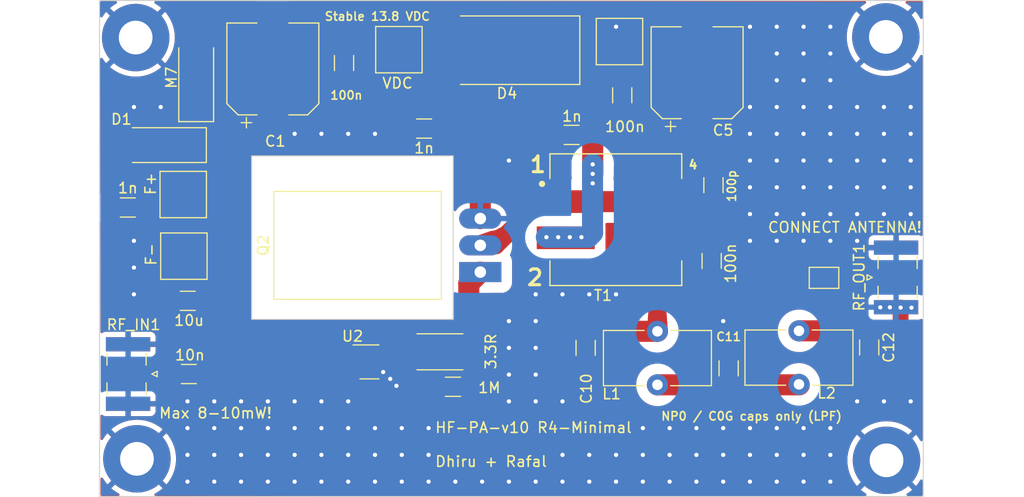
<source format=kicad_pcb>
(kicad_pcb (version 20221018) (generator pcbnew)
  (layers (0 "F.Cu" signal) (31 "B.Cu" signal) (35 "F.Paste" user) (37 "F.SilkS" user "F.Silkscreen") (38 "B.Mask" user) (39 "F.Mask" user) (44 "Edge.Cuts" user))
  (net 0 "")
  (net 1 "Net-(U2-OUT)")
  (net 2 "Net-(U2-IN+)")
  (net 3 "Net-(RF_IN1-In)")
  (net 4 "Net-(Q2-G)")
  (net 5 "Net-(JP1-B)")
  (net 6 "Net-(JP1-A)")
  (net 7 "Net-(C7-Pad2)")
  (net 8 "Net-(C11-Pad1)")
  (net 9 "GND")
  (net 10 "12V")
  (net 11 "/DRAIN")
  (net 12 "+VDC")
  (footprint "Resistor_SMD:R_2512_6332Metric_Pad1.40x3.35mm_HandSolder" (layer "F.Cu") (at 173.61 106.39 180)
    (fp_text reference "R3" hide)
    (fp_text value "3.3R" (at -4.84 0.03 270) (layer "F.SilkS"))
    (fp_line (start -2.177064 -1.71) (end 2.177064 -1.71) (stroke (width 0.12)) (layer "F.SilkS"))
    (fp_line (start -2.177064 1.71) (end 2.177064 1.71) (stroke (width 0.12)) (layer "F.SilkS"))
    (pad "1" smd roundrect (at -3.05 0 180) (size 1.4 3.35) (layers "F.Cu" "F.Paste" "F.Mask") (roundrect_rratio 0.1785707143) (net 4 "Net-(Q2-G)"))
    (pad "2" smd roundrect (at 3.05 0 180) (size 1.4 3.35) (layers "F.Cu" "F.Paste" "F.Mask") (roundrect_rratio 0.1785707143) (net 1 "Net-(U2-OUT)"))
  )
  (footprint "Capacitor_SMD:C_1206_3216Metric_Pad1.33x1.80mm_HandSolder" (layer "F.Cu") (at 199.38 97.7625 90)
    (fp_text reference "C7" hide)
    (fp_text value "100n" (at -0.2375 1.8 90) (layer "F.SilkS"))
    (fp_line (start -0.711252 -0.91) (end 0.711252 -0.91) (stroke (width 0.12)) (layer "F.SilkS"))
    (fp_line (start -0.711252 0.91) (end 0.711252 0.91) (stroke (width 0.12)) (layer "F.SilkS"))
    (pad "1" smd roundrect (at -1.5625 0 90) (size 1.325 1.8) (layers "F.Cu" "F.Paste" "F.Mask") (roundrect_rratio 0.1886792453) (net 6 "Net-(JP1-A)"))
    (pad "2" smd roundrect (at 1.5625 0 90) (size 1.325 1.8) (layers "F.Cu" "F.Paste" "F.Mask") (roundrect_rratio 0.1886792453) (net 7 "Net-(C7-Pad2)"))
  )
  (footprint "Package_TO_SOT_THT:TO-220-3_Horizontal_TabDown" (layer "F.Cu") (at 177.44 98.825 90)
    (fp_text reference "Q2" (at 2.54 -20.58 90) (layer "F.SilkS"))
    (fp_text value "IRF510")
    (fp_line (start -2.58 -19.58) (end -2.58 -3.69) (stroke (width 0.12)) (layer "F.SilkS"))
    (fp_line (start -2.58 -19.58) (end 7.66 -19.58) (stroke (width 0.12)) (layer "F.SilkS"))
    (fp_line (start -2.58 -3.69) (end 7.66 -3.69) (stroke (width 0.12)) (layer "F.SilkS"))
    (fp_line (start 7.66 -19.58) (end 7.66 -3.69) (stroke (width 0.12)) (layer "F.SilkS"))
    (pad "" np_thru_hole oval (at 2.54 -16.66 90) (size 3.5 3.5) (drill 3.5) (layers "*.Cu" "*.Mask"))
    (pad "1" thru_hole rect (at 0 0 90) (size 1.905 4) (drill 1.1) (layers "*.Cu" "*.Mask") (net 4 "Net-(Q2-G)"))
    (pad "2" thru_hole oval (at 2.54 0 90) (size 1.905 4) (drill 1.1) (layers "*.Cu" "*.Mask") (net 11 "/DRAIN"))
    (pad "3" thru_hole oval (at 5.08 0 90) (size 1.905 4) (drill 1.1) (layers "*.Cu" "*.Mask") (net 9 "GND"))
  )
  (footprint "Capacitor_SMD:CP_Elec_8x10.5" (layer "F.Cu") (at 198 79.9 90)
    (fp_text reference "C5" (at -5.46 2.47 180) (layer "F.SilkS"))
    (fp_text value "220u" hide)
    (fp_line (start -5.6 -2.51) (end -4.6 -2.51) (stroke (width 0.12)) (layer "F.SilkS"))
    (fp_line (start -5.1 -3.01) (end -5.1 -2.01) (stroke (width 0.12)) (layer "F.SilkS"))
    (fp_line (start -4.36 -3.295563) (end -4.36 -1.51) (stroke (width 0.12)) (layer "F.SilkS"))
    (fp_line (start -4.36 -3.295563) (end -3.295563 -4.36) (stroke (width 0.12)) (layer "F.SilkS"))
    (fp_line (start -4.36 3.295563) (end -4.36 1.51) (stroke (width 0.12)) (layer "F.SilkS"))
    (fp_line (start -4.36 3.295563) (end -3.295563 4.36) (stroke (width 0.12)) (layer "F.SilkS"))
    (fp_line (start -3.295563 -4.36) (end 4.36 -4.36) (stroke (width 0.12)) (layer "F.SilkS"))
    (fp_line (start -3.295563 4.36) (end 4.36 4.36) (stroke (width 0.12)) (layer "F.SilkS"))
    (fp_line (start 4.36 -4.36) (end 4.36 -1.51) (stroke (width 0.12)) (layer "F.SilkS"))
    (fp_line (start 4.36 4.36) (end 4.36 1.51) (stroke (width 0.12)) (layer "F.SilkS"))
    (pad "1" smd roundrect (at -3.7 0 90) (size 4.4 2.5) (layers "F.Cu" "F.Paste" "F.Mask") (roundrect_rratio 0.1) (net 10 "12V"))
    (pad "2" smd roundrect (at 3.7 0 90) (size 4.4 2.5) (layers "F.Cu" "F.Paste" "F.Mask") (roundrect_rratio 0.1) (net 9 "GND"))
  )
  (footprint "Capacitor_SMD:CP_Elec_8x10.5" (layer "F.Cu") (at 157.77 79.54 90)
    (fp_text reference "C1" (at -6.86 0.23 180) (layer "F.SilkS"))
    (fp_text value "220u" hide)
    (fp_line (start -5.6 -2.51) (end -4.6 -2.51) (stroke (width 0.12)) (layer "F.SilkS"))
    (fp_line (start -5.1 -3.01) (end -5.1 -2.01) (stroke (width 0.12)) (layer "F.SilkS"))
    (fp_line (start -4.36 -3.295563) (end -4.36 -1.51) (stroke (width 0.12)) (layer "F.SilkS"))
    (fp_line (start -4.36 -3.295563) (end -3.295563 -4.36) (stroke (width 0.12)) (layer "F.SilkS"))
    (fp_line (start -4.36 3.295563) (end -4.36 1.51) (stroke (width 0.12)) (layer "F.SilkS"))
    (fp_line (start -4.36 3.295563) (end -3.295563 4.36) (stroke (width 0.12)) (layer "F.SilkS"))
    (fp_line (start -3.295563 -4.36) (end 4.36 -4.36) (stroke (width 0.12)) (layer "F.SilkS"))
    (fp_line (start -3.295563 4.36) (end 4.36 4.36) (stroke (width 0.12)) (layer "F.SilkS"))
    (fp_line (start 4.36 -4.36) (end 4.36 -1.51) (stroke (width 0.12)) (layer "F.SilkS"))
    (fp_line (start 4.36 4.36) (end 4.36 1.51) (stroke (width 0.12)) (layer "F.SilkS"))
    (pad "1" smd roundrect (at -3.7 0 90) (size 4.4 2.5) (layers "F.Cu" "F.Paste" "F.Mask") (roundrect_rratio 0.1) (net 10 "12V"))
    (pad "2" smd roundrect (at 3.7 0 90) (size 4.4 2.5) (layers "F.Cu" "F.Paste" "F.Mask") (roundrect_rratio 0.1) (net 9 "GND"))
  )
  (footprint "TestPoint:TestPoint_Pad_4.0x4.0mm" (layer "F.Cu") (at 149.33 97.31)
    (fp_text reference "Fan-1" hide)
    (fp_text value "F-" (at -3.1 -0.17 -90) (layer "F.SilkS"))
    (fp_line (start -2.2 -2.2) (end 2.2 -2.2) (stroke (width 0.12)) (layer "F.SilkS"))
    (fp_line (start -2.2 2.2) (end -2.2 -2.2) (stroke (width 0.12)) (layer "F.SilkS"))
    (fp_line (start 2.2 -2.2) (end 2.2 2.2) (stroke (width 0.12)) (layer "F.SilkS"))
    (fp_line (start 2.2 2.2) (end -2.2 2.2) (stroke (width 0.12)) (layer "F.SilkS"))
    (pad "1" smd rect (at 0 0) (size 4 4) (layers "F.Cu" "F.Mask") (net 9 "GND"))
  )
  (footprint "TestPoint:TestPoint_Pad_4.0x4.0mm" (layer "F.Cu") (at 169.72 77.71 -90)
    (fp_text reference "PI1" hide)
    (fp_text value "VDC" (at 3.18 0.13 -180) (layer "F.SilkS"))
    (fp_line (start -2.2 -2.2) (end 2.2 -2.2) (stroke (width 0.12)) (layer "F.SilkS"))
    (fp_line (start -2.2 2.2) (end -2.2 -2.2) (stroke (width 0.12)) (layer "F.SilkS"))
    (fp_line (start 2.2 -2.2) (end 2.2 2.2) (stroke (width 0.12)) (layer "F.SilkS"))
    (fp_line (start 2.2 2.2) (end -2.2 2.2) (stroke (width 0.12)) (layer "F.SilkS"))
    (pad "1" smd rect (at 0 0 270) (size 4 4) (layers "F.Cu" "F.Mask") (net 12 "+VDC"))
  )
  (footprint "Diode_SMD:D_SMC_Handsoldering" (layer "F.Cu") (at 179.9675 77.76 180)
    (fp_text reference "D4" (at 0 -4.1 180) (layer "F.SilkS"))
    (fp_text value "2A+ Schottky (SS34 or similar)" hide)
    (fp_line (start -6.91 -3.25) (end 4.4 -3.25) (stroke (width 0.12)) (layer "F.SilkS"))
    (fp_line (start -6.91 3.25) (end -6.91 -3.25) (stroke (width 0.12)) (layer "F.SilkS"))
    (fp_line (start -6.91 3.25) (end 4.4 3.25) (stroke (width 0.12)) (layer "F.SilkS"))
    (pad "1" smd roundrect (at -4.4 0 270) (size 3.3 4.5) (layers "F.Cu" "F.Paste" "F.Mask") (roundrect_rratio 0.07575757576) (net 10 "12V"))
    (pad "2" smd roundrect (at 4.4 0 270) (size 3.3 4.5) (layers "F.Cu" "F.Paste" "F.Mask") (roundrect_rratio 0.07575757576) (net 12 "+VDC"))
  )
  (footprint "MountingHole:MountingHole_3.2mm_M3_Pad" (layer "F.Cu") (at 144.88 116.55)
    (fp_text reference "H3" hide)
    (fp_text value "MountingHole_Pad" hide)
    (pad "1" thru_hole circle (at 0 0) (size 6.4 6.4) (drill 3.2) (layers "*.Cu" "*.Mask") (net 9 "GND"))
  )
  (footprint "Capacitor_SMD:C_1206_3216Metric_Pad1.33x1.80mm_HandSolder" (layer "F.Cu") (at 186.1 85.8 180)
    (fp_text reference "C17" hide)
    (fp_text value "1n" (at -0.03 1.77) (layer "F.SilkS"))
    (fp_line (start -0.711252 -0.91) (end 0.711252 -0.91) (stroke (width 0.12)) (layer "F.SilkS"))
    (fp_line (start -0.711252 0.91) (end 0.711252 0.91) (stroke (width 0.12)) (layer "F.SilkS"))
    (pad "1" smd roundrect (at -1.5625 0 180) (size 1.325 1.8) (layers "F.Cu" "F.Paste" "F.Mask") (roundrect_rratio 0.1886792453) (net 10 "12V"))
    (pad "2" smd roundrect (at 1.5625 0 180) (size 1.325 1.8) (layers "F.Cu" "F.Paste" "F.Mask") (roundrect_rratio 0.1886792453) (net 9 "GND"))
  )
  (footprint "Package_TO_SOT_SMD:SOT-23-5_HandSoldering" (layer "F.Cu") (at 166.925 107.35)
    (fp_text reference "U2" (at -1.595 -2.44) (layer "F.SilkS"))
    (fp_text value "UCC27517DBVR" hide)
    (fp_line (start -0.9 1.61) (end 0.9 1.61) (stroke (width 0.12)) (layer "F.SilkS"))
    (fp_line (start 0.9 -1.61) (end -1.55 -1.61) (stroke (width 0.12)) (layer "F.SilkS"))
    (pad "1" smd rect (at -1.35 -0.95) (size 1.56 0.65) (layers "F.Cu" "F.Paste" "F.Mask") (net 10 "12V"))
    (pad "2" smd rect (at -1.35 0) (size 1.56 0.65) (layers "F.Cu" "F.Paste" "F.Mask") (net 9 "GND"))
    (pad "3" smd rect (at -1.35 0.95) (size 1.56 0.65) (layers "F.Cu" "F.Paste" "F.Mask") (net 2 "Net-(U2-IN+)"))
    (pad "4" smd rect (at 1.35 0.95) (size 1.56 0.65) (layers "F.Cu" "F.Paste" "F.Mask") (net 9 "GND"))
    (pad "5" smd rect (at 1.35 -0.95) (size 1.56 0.65) (layers "F.Cu" "F.Paste" "F.Mask") (net 1 "Net-(U2-OUT)"))
  )
  (footprint "Connector_Coaxial:SMA_Samtec_SMA-J-P-X-ST-EM1_EdgeMount" (layer "F.Cu") (at 216.8675 99.33 90)
    (fp_text reference "RF_OUT1" (at 0 -3.5 90) (layer "F.SilkS"))
    (fp_text value "SMA" hide)
    (fp_line (start -1.95 -1.71) (end -0.84 -1.71) (stroke (width 0.12)) (layer "F.SilkS"))
    (fp_line (start -1.95 2) (end -0.84 2) (stroke (width 0.12)) (layer "F.SilkS"))
    (fp_line (start -0.25 -2.76) (end 0 -2.26) (stroke (width 0.12)) (layer "F.SilkS"))
    (fp_line (start 0 -2.26) (end 0.25 -2.76) (stroke (width 0.12)) (layer "F.SilkS"))
    (fp_line (start 0.25 -2.76) (end -0.25 -2.76) (stroke (width 0.12)) (layer "F.SilkS"))
    (fp_line (start 0.84 -1.71) (end 1.95 -1.71) (stroke (width 0.12)) (layer "F.SilkS"))
    (fp_line (start 0.84 2) (end 1.95 2) (stroke (width 0.12)) (layer "F.SilkS"))
    (pad "1" smd rect (at 0 0.2 90) (size 1.27 3.6) (layers "F.Cu" "F.Paste" "F.Mask") (net 5 "Net-(JP1-B)"))
    (pad "2" smd rect (at -2.825 0 90) (size 1.35 4.2) (layers "F.Cu" "F.Paste" "F.Mask") (net 9 "GND"))
    (pad "2" smd rect (at -2.825 0 90) (size 1.35 4.2) (layers "B.Cu" "B.Paste" "B.Mask") (net 9 "GND"))
    (pad "2" smd rect (at 2.825 0 90) (size 1.35 4.2) (layers "F.Cu" "F.Paste" "F.Mask") (net 9 "GND"))
    (pad "2" smd rect (at 2.825 0 90) (size 1.35 4.2) (layers "B.Cu" "B.Paste" "B.Mask") (net 9 "GND"))
  )
  (footprint "Inductor_THT:L_Toroid_Vertical_L10.0mm_W5.0mm_P5.08mm" (layer "F.Cu") (at 207.66 109.48 180)
    (fp_text reference "L2" (at -2.615 -0.83) (layer "F.SilkS"))
    (fp_text value "360n" hide)
    (fp_line (start -5.12 -0.08) (end -5.12 5.16) (stroke (width 0.12)) (layer "F.SilkS"))
    (fp_line (start -5.12 -0.08) (end -1.255 -0.08) (stroke (width 0.12)) (layer "F.SilkS"))
    (fp_line (start -5.12 5.16) (end -1.255 5.16) (stroke (width 0.12)) (layer "F.SilkS"))
    (fp_line (start 1.255 -0.08) (end 5.12 -0.08) (stroke (width 0.12)) (layer "F.SilkS"))
    (fp_line (start 1.255 5.16) (end 5.12 5.16) (stroke (width 0.12)) (layer "F.SilkS"))
    (fp_line (start 5.12 -0.08) (end 5.12 5.16) (stroke (width 0.12)) (layer "F.SilkS"))
    (pad "1" thru_hole circle (at 0 0 180) (size 2 2) (drill 1) (layers "*.Cu" "*.Mask") (net 8 "Net-(C11-Pad1)"))
    (pad "2" thru_hole circle (at 0 5.08 180) (size 2 2) (drill 1) (layers "*.Cu" "*.Mask") (net 5 "Net-(JP1-B)"))
  )
  (footprint "Resistor_SMD:R_1206_3216Metric_Pad1.30x1.75mm_HandSolder" (layer "F.Cu") (at 174.85 109.71 180)
    (fp_text reference "R1" hide)
    (fp_text value "1M" (at -3.45 -0.09) (layer "F.SilkS"))
    (fp_line (start -0.727064 -0.91) (end 0.727064 -0.91) (stroke (width 0.12)) (layer "F.SilkS"))
    (fp_line (start -0.727064 0.91) (end 0.727064 0.91) (stroke (width 0.12)) (layer "F.SilkS"))
    (pad "1" smd roundrect (at -1.55 0 180) (size 1.3 1.75) (layers "F.Cu" "F.Paste" "F.Mask") (roundrect_rratio 0.1923076923) (net 4 "Net-(Q2-G)"))
    (pad "2" smd roundrect (at 1.55 0 180) (size 1.3 1.75) (layers "F.Cu" "F.Paste" "F.Mask") (roundrect_rratio 0.1923076923) (net 9 "GND"))
  )
  (footprint "Capacitor_SMD:C_1206_3216Metric_Pad1.33x1.80mm_HandSolder" (layer "F.Cu") (at 164.52 78.98 90)
    (fp_text reference "C14" hide)
    (fp_text value "100n" (at -3.06 0.22 180) (layer "F.SilkS") (effects (font (size 0.8 0.8))))
    (fp_line (start -0.711252 -0.91) (end 0.711252 -0.91) (stroke (width 0.12)) (layer "F.SilkS"))
    (fp_line (start -0.711252 0.91) (end 0.711252 0.91) (stroke (width 0.12)) (layer "F.SilkS"))
    (pad "1" smd roundrect (at -1.5625 0 90) (size 1.325 1.8) (layers "F.Cu" "F.Paste" "F.Mask") (roundrect_rratio 0.1886792453) (net 10 "12V"))
    (pad "2" smd roundrect (at 1.5625 0 90) (size 1.325 1.8) (layers "F.Cu" "F.Paste" "F.Mask") (roundrect_rratio 0.1886792453) (net 9 "GND"))
  )
  (footprint "Capacitor_SMD:C_1206_3216Metric_Pad1.33x1.80mm_HandSolder" (layer "F.Cu") (at 144.0175 92.69 180)
    (fp_text reference "C2" hide)
    (fp_text value "1n" (at 0 1.85) (layer "F.SilkS"))
    (fp_line (start -0.711252 -0.91) (end 0.711252 -0.91) (stroke (width 0.12)) (layer "F.SilkS"))
    (fp_line (start -0.711252 0.91) (end 0.711252 0.91) (stroke (width 0.12)) (layer "F.SilkS"))
    (pad "1" smd roundrect (at -1.5625 0 180) (size 1.325 1.8) (layers "F.Cu" "F.Paste" "F.Mask") (roundrect_rratio 0.1886792453) (net 10 "12V"))
    (pad "2" smd roundrect (at 1.5625 0 180) (size 1.325 1.8) (layers "F.Cu" "F.Paste" "F.Mask") (roundrect_rratio 0.1886792453) (net 9 "GND"))
  )
  (footprint "Diode_SMD:D_SMA_Handsoldering" (layer "F.Cu") (at 146.95 86.77 180)
    (fp_text reference "D1" (at 3.54 2.45) (layer "F.SilkS"))
    (fp_text value "18v" hide)
    (fp_line (start -4.51 -1.65) (end -4.51 1.65) (stroke (width 0.12)) (layer "F.SilkS"))
    (fp_line (start -4.51 -1.65) (end 2.5 -1.65) (stroke (width 0.12)) (layer "F.SilkS"))
    (fp_line (start -4.51 1.65) (end 2.5 1.65) (stroke (width 0.12)) (layer "F.SilkS"))
    (pad "1" smd roundrect (at -2.5 0 180) (size 3.5 1.8) (layers "F.Cu" "F.Paste" "F.Mask") (roundrect_rratio 0.1388888889) (net 10 "12V"))
    (pad "2" smd roundrect (at 2.5 0 180) (size 3.5 1.8) (layers "F.Cu" "F.Paste" "F.Mask") (roundrect_rratio 0.1388888889) (net 9 "GND"))
  )
  (footprint "Capacitor_SMD:C_1206_3216Metric_Pad1.33x1.80mm_HandSolder" (layer "F.Cu") (at 149.6945 101.5492 180)
    (fp_text reference "C16" hide)
    (fp_text value "10u" (at -0.1255 -1.8608) (layer "F.SilkS"))
    (fp_line (start -0.711252 -0.91) (end 0.711252 -0.91) (stroke (width 0.12)) (layer "F.SilkS"))
    (fp_line (start -0.711252 0.91) (end 0.711252 0.91) (stroke (width 0.12)) (layer "F.SilkS"))
    (pad "1" smd roundrect (at -1.5625 0 180) (size 1.325 1.8) (layers "F.Cu" "F.Paste" "F.Mask") (roundrect_rratio 0.1886792453) (net 10 "12V"))
    (pad "2" smd roundrect (at 1.5625 0 180) (size 1.325 1.8) (layers "F.Cu" "F.Paste" "F.Mask") (roundrect_rratio 0.1886792453) (net 9 "GND"))
  )
  (footprint "MountingHole:MountingHole_3.2mm_M3_Pad" (layer "F.Cu") (at 215.96 116.69)
    (fp_text reference "H4" hide)
    (fp_text value "MountingHole_Pad" hide)
    (pad "1" thru_hole circle (at 0 0) (size 6.4 6.4) (drill 3.2) (layers "*.Cu" "*.Mask") (net 9 "GND"))
  )
  (footprint "footprints:IND_SRF1260A-4R7Y-Longer-Pads" (layer "F.Cu") (at 190.295 93.85)
    (fp_text reference "T1" (at -1.215 7.19) (layer "F.SilkS") (effects (font (size 1.001409 1.001409))))
    (fp_text value "Bifilar XFMR" hide)
    (fp_line (start -6.25 -6.25) (end 6.25 -6.25) (stroke (width 0.127)) (layer "F.SilkS"))
    (fp_line (start -6.25 -3.91) (end -6.25 -6.25) (stroke (width 0.127)) (layer "F.SilkS"))
    (fp_line (start -6.25 6.25) (end -6.25 3.91) (stroke (width 0.127)) (layer "F.SilkS"))
    (fp_line (start 6.25 -6.25) (end 6.25 -3.91) (stroke (width 0.127)) (layer "F.SilkS"))
    (fp_line (start 6.25 3.91) (end 6.25 6.25) (stroke (width 0.127)) (layer "F.SilkS"))
    (fp_line (start 6.25 6.25) (end -6.25 6.25) (stroke (width 0.127)) (layer "F.SilkS"))
    (fp_circle (center -7 -3.4) (end -6.85 -3.4) (stroke (width 0.3)) (fill none) (layer "F.SilkS"))
    (pad "1" smd rect (at -4.75 -1.715 180) (size 5.5 2.15) (layers "F.Cu" "F.Paste" "F.Mask") (net 11 "/DRAIN"))
    (pad "2" smd rect (at -4.75 1.715 180) (size 5.5 2.15) (layers "F.Cu" "F.Paste" "F.Mask") (net 10 "12V"))
    (pad "3" smd rect (at 4.75 1.715 180) (size 5.5 2.15) (layers "F.Cu" "F.Paste" "F.Mask") (net 7 "Net-(C7-Pad2)"))
    (pad "4" smd rect (at 4.75 -1.715 180) (size 5.5 2.15) (layers "F.Cu" "F.Paste" "F.Mask") (net 11 "/DRAIN"))
  )
  (footprint "Connector_Coaxial:SMA_Samtec_SMA-J-P-X-ST-EM1_EdgeMount" (layer "F.Cu") (at 144.04 108.495 -90)
    (fp_text reference "RF_IN1" (at -4.675 -0.52) (layer "F.SilkS"))
    (fp_text value "SMA" hide)
    (fp_line (start -1.95 -1.71) (end -0.84 -1.71) (stroke (width 0.12)) (layer "F.SilkS"))
    (fp_line (start -1.95 2) (end -0.84 2) (stroke (width 0.12)) (layer "F.SilkS"))
    (fp_line (start -0.25 -2.76) (end 0 -2.26) (stroke (width 0.12)) (layer "F.SilkS"))
    (fp_line (start 0 -2.26) (end 0.25 -2.76) (stroke (width 0.12)) (layer "F.SilkS"))
    (fp_line (start 0.25 -2.76) (end -0.25 -2.76) (stroke (width 0.12)) (layer "F.SilkS"))
    (fp_line (start 0.84 -1.71) (end 1.95 -1.71) (stroke (width 0.12)) (layer "F.SilkS"))
    (fp_line (start 0.84 2) (end 1.95 2) (stroke (width 0.12)) (layer "F.SilkS"))
    (pad "1" smd rect (at 0 0.2 270) (size 1.27 3.6) (layers "F.Cu" "F.Paste" "F.Mask") (net 3 "Net-(RF_IN1-In)"))
    (pad "2" smd rect (at -2.825 0 270) (size 1.35 4.2) (layers "F.Cu" "F.Paste" "F.Mask") (net 9 "GND"))
    (pad "2" smd rect (at -2.825 0 270) (size 1.35 4.2) (layers "B.Cu" "B.Paste" "B.Mask") (net 9 "GND"))
    (pad "2" smd rect (at 2.825 0 270) (size 1.35 4.2) (layers "F.Cu" "F.Paste" "F.Mask") (net 9 "GND"))
    (pad "2" smd rect (at 2.825 0 270) (size 1.35 4.2) (layers "B.Cu" "B.Paste" "B.Mask") (net 9 "GND"))
  )
  (footprint "Capacitor_SMD:C_1206_3216Metric_Pad1.33x1.80mm_HandSolder" (layer "F.Cu") (at 172.11 85.2)
    (fp_text reference "C4" hide)
    (fp_text value "1n" (at 0 1.85) (layer "F.SilkS"))
    (fp_line (start -0.711252 -0.91) (end 0.711252 -0.91) (stroke (width 0.12)) (layer "F.SilkS"))
    (fp_line (start -0.711252 0.91) (end 0.711252 0.91) (stroke (width 0.12)) (layer "F.SilkS"))
    (pad "1" smd roundrect (at -1.5625 0) (size 1.325 1.8) (layers "F.Cu" "F.Paste" "F.Mask") (roundrect_rratio 0.1886792453) (net 10 "12V"))
    (pad "2" smd roundrect (at 1.5625 0) (size 1.325 1.8) (layers "F.Cu" "F.Paste" "F.Mask") (roundrect_rratio 0.1886792453) (net 9 "GND"))
  )
  (footprint "Diode_SMD:D_SMA_Handsoldering" (layer "F.Cu") (at 150.5 80.03 90)
    (fp_text reference "D2" hide)
    (fp_text value "M7" (at -0.33 -2.35 90) (layer "F.SilkS"))
    (fp_line (start -4.51 -1.65) (end -4.51 1.65) (stroke (width 0.12)) (layer "F.SilkS"))
    (fp_line (start -4.51 -1.65) (end 2.5 -1.65) (stroke (width 0.12)) (layer "F.SilkS"))
    (fp_line (start -4.51 1.65) (end 2.5 1.65) (stroke (width 0.12)) (layer "F.SilkS"))
    (pad "1" smd roundrect (at -2.5 0 90) (size 3.5 1.8) (layers "F.Cu" "F.Paste" "F.Mask") (roundrect_rratio 0.1388888889) (net 10 "12V"))
    (pad "2" smd roundrect (at 2.5 0 90) (size 3.5 1.8) (layers "F.Cu" "F.Paste" "F.Mask") (roundrect_rratio 0.1388888889) (net 9 "GND"))
  )
  (footprint "TestPoint:TestPoint_Pad_4.0x4.0mm" (layer "F.Cu") (at 149.27 91.46)
    (fp_text reference "Fan+1" hide)
    (fp_text value "F+" (at -3.09 -1.02 90) (layer "F.SilkS"))
    (fp_line (start -2.2 -2.2) (end 2.2 -2.2) (stroke (width 0.12)) (layer "F.SilkS"))
    (fp_line (start -2.2 2.2) (end -2.2 -2.2) (stroke (width 0.12)) (layer "F.SilkS"))
    (fp_line (start 2.2 -2.2) (end 2.2 2.2) (stroke (width 0.12)) (layer "F.SilkS"))
    (fp_line (start 2.2 2.2) (end -2.2 2.2) (stroke (width 0.12)) (layer "F.SilkS"))
    (pad "1" smd rect (at 0 0) (size 4 4) (layers "F.Cu" "F.Mask") (net 10 "12V"))
  )
  (footprint "Capacitor_SMD:C_1206_3216Metric_Pad1.33x1.80mm_HandSolder" (layer "F.Cu") (at 199.55 90.57 90)
    (fp_text reference "C3" hide)
    (fp_text value "100p" (at -0.09 1.73 90) (layer "F.SilkS") (effects (font (size 0.8 0.8))))
    (fp_line (start -0.711252 -0.91) (end 0.711252 -0.91) (stroke (width 0.12)) (layer "F.SilkS"))
    (fp_line (start -0.711252 0.91) (end 0.711252 0.91) (stroke (width 0.12)) (layer "F.SilkS"))
    (pad "1" smd roundrect (at -1.5625 0 90) (size 1.325 1.8) (layers "F.Cu" "F.Paste" "F.Mask") (roundrect_rratio 0.1886792453) (net 11 "/DRAIN"))
    (pad "2" smd roundrect (at 1.5625 0 90) (size 1.325 1.8) (layers "F.Cu" "F.Paste" "F.Mask") (roundrect_rratio 0.1886792453) (net 9 "GND"))
  )
  (footprint "Capacitor_SMD:C_1206_3216Metric_Pad1.33x1.80mm_HandSolder" (layer "F.Cu") (at 190.9 82.04 90)
    (fp_text reference "C6" hide)
    (fp_text value "100n" (at -2.98 0.25) (layer "F.SilkS"))
    (fp_line (start -0.711252 -0.91) (end 0.711252 -0.91) (stroke (width 0.12)) (layer "F.SilkS"))
    (fp_line (start -0.711252 0.91) (end 0.711252 0.91) (stroke (width 0.12)) (layer "F.SilkS"))
    (pad "1" smd roundrect (at -1.5625 0 90) (size 1.325 1.8) (layers "F.Cu" "F.Paste" "F.Mask") (roundrect_rratio 0.1886792453) (net 10 "12V"))
    (pad "2" smd roundrect (at 1.5625 0 90) (size 1.325 1.8) (layers "F.Cu" "F.Paste" "F.Mask") (roundrect_rratio 0.1886792453) (net 9 "GND"))
  )
  (footprint "Jumper:SolderJumper-2_P1.3mm_Open_TrianglePad1.0x1.5mm" (layer "F.Cu") (at 210.035 99.37)
    (fp_text reference "JP1" hide)
    (fp_text value "Jumper_2_Open" hide)
    (fp_line (start -1.4 -1) (end 1.4 -1) (stroke (width 0.12)) (layer "F.SilkS"))
    (fp_line (start -1.4 1) (end -1.4 -1) (stroke (width 0.12)) (layer "F.SilkS"))
    (fp_line (start 1.4 -1) (end 1.4 1) (stroke (width 0.12)) (layer "F.SilkS"))
    (fp_line (start 1.4 1) (end -1.4 1) (stroke (width 0.12)) (layer "F.SilkS"))
    (pad "1" smd custom (at -0.725 0) (size 0.3 0.3) (layers "F.Cu" "F.Mask") (net 6 "Net-(JP1-A)") (options (clearance outline) (anchor rect)) (primitives (gr_poly (pts (xy 1 0) (xy 0.5 0.75) (xy -0.5 0.75) (xy -0.5 -0.75) (xy 0.5 -0.75)) (width 0) (fill yes))))
    (pad "2" smd custom (at 0.725 0) (size 0.3 0.3) (layers "F.Cu" "F.Mask") (net 5 "Net-(JP1-B)") (options (clearance outline) (anchor rect)) (primitives (gr_poly (pts (xy 0.5 0.75) (xy -0.65 0.75) (xy -0.15 0) (xy -0.65 -0.75) (xy 0.5 -0.75)) (width 0) (fill yes))))
  )
  (footprint "MountingHole:MountingHole_3.2mm_M3_Pad" (layer "F.Cu") (at 144.76 76.56)
    (fp_text reference "H1" hide)
    (fp_text value "MountingHole_Pad" hide)
    (pad "1" thru_hole circle (at 0 0) (size 6.4 6.4) (drill 3.2) (layers "*.Cu" "*.Mask") (net 9 "GND"))
  )
  (footprint "Capacitor_SMD:C_1206_3216Metric_Pad1.33x1.80mm_HandSolder" (layer "F.Cu") (at 149.8 108.5)
    (fp_text reference "C19" hide)
    (fp_text value "10n" (at 0.1 -1.8) (layer "F.SilkS"))
    (fp_line (start -0.711252 -0.91) (end 0.711252 -0.91) (stroke (width 0.12)) (layer "F.SilkS"))
    (fp_line (start -0.711252 0.91) (end 0.711252 0.91) (stroke (width 0.12)) (layer "F.SilkS"))
    (pad "1" smd roundrect (at -1.5625 0) (size 1.325 1.8) (layers "F.Cu" "F.Paste" "F.Mask") (roundrect_rratio 0.1886792453) (net 3 "Net-(RF_IN1-In)"))
    (pad "2" smd roundrect (at 1.5625 0) (size 1.325 1.8) (layers "F.Cu" "F.Paste" "F.Mask") (roundrect_rratio 0.1886792453) (net 2 "Net-(U2-IN+)"))
  )
  (footprint "Capacitor_SMD:C_1206_3216Metric_Pad1.33x1.80mm_HandSolder" (layer "F.Cu") (at 187.43 106.01 -90)
    (fp_text reference "C10" (at 3.88 -0.067 90) (layer "F.SilkS"))
    (fp_text value "120p" hide)
    (fp_line (start -0.711252 -0.91) (end 0.711252 -0.91) (stroke (width 0.12)) (layer "F.SilkS"))
    (fp_line (start -0.711252 0.91) (end 0.711252 0.91) (stroke (width 0.12)) (layer "F.SilkS"))
    (pad "1" smd roundrect (at -1.5625 0 270) (size 1.325 1.8) (layers "F.Cu" "F.Paste" "F.Mask") (roundrect_rratio 0.1886792453) (net 6 "Net-(JP1-A)"))
    (pad "2" smd roundrect (at 1.5625 0 270) (size 1.325 1.8) (layers "F.Cu" "F.Paste" "F.Mask") (roundrect_rratio 0.1886792453) (net 9 "GND"))
  )
  (footprint "Inductor_THT:L_Toroid_Vertical_L10.0mm_W5.0mm_P5.08mm" (layer "F.Cu") (at 194.2375 104.445)
    (fp_text reference "L1" (at -4.3475 5.945) (layer "F.SilkS"))
    (fp_text value "360n" hide)
    (fp_line (start -5.12 -0.08) (end -5.12 5.16) (stroke (width 0.12)) (layer "F.SilkS"))
    (fp_line (start -5.12 -0.08) (end -1.255 -0.08) (stroke (width 0.12)) (layer "F.SilkS"))
    (fp_line (start -5.12 5.16) (end -1.255 5.16) (stroke (width 0.12)) (layer "F.SilkS"))
    (fp_line (start 1.255 -0.08) (end 5.12 -0.08) (stroke (width 0.12)) (layer "F.SilkS"))
    (fp_line (start 1.255 5.16) (end 5.12 5.16) (stroke (width 0.12)) (layer "F.SilkS"))
    (fp_line (start 5.12 -0.08) (end 5.12 5.16) (stroke (width 0.12)) (layer "F.SilkS"))
    (pad "1" thru_hole circle (at 0 0) (size 2 2) (drill 1) (layers "*.Cu" "*.Mask") (net 6 "Net-(JP1-A)"))
    (pad "2" thru_hole circle (at 0 5.08) (size 2 2) (drill 1) (layers "*.Cu" "*.Mask") (net 8 "Net-(C11-Pad1)"))
  )
  (footprint "Capacitor_SMD:C_1206_3216Metric_Pad1.33x1.80mm_HandSolder" (layer "F.Cu") (at 200.99 107.9625 90)
    (fp_text reference "C11" (at 3.0025 0 180) (layer "F.SilkS") (effects (font (size 0.8 0.8))))
    (fp_text value "200p" hide)
    (fp_line (start -0.711252 -0.91) (end 0.711252 -0.91) (stroke (width 0.12)) (layer "F.SilkS"))
    (fp_line (start -0.711252 0.91) (end 0.711252 0.91) (stroke (width 0.12)) (layer "F.SilkS"))
    (pad "1" smd roundrect (at -1.5625 0 90) (size 1.325 1.8) (layers "F.Cu" "F.Paste" "F.Mask") (roundrect_rratio 0.1886792453) (net 8 "Net-(C11-Pad1)"))
    (pad "2" smd roundrect (at 1.5625 0 90) (size 1.325 1.8) (layers "F.Cu" "F.Paste" "F.Mask") (roundrect_rratio 0.1886792453) (net 9 "GND"))
  )
  (footprint "MountingHole:MountingHole_3.2mm_M3_Pad" (layer "F.Cu") (at 215.9 76.5)
    (fp_text reference "H2" hide)
    (fp_text value "MountingHole_Pad" hide)
    (pad "1" thru_hole circle (at 0 0) (size 6.4 6.4) (drill 3.2) (layers "*.Cu" "*.Mask") (net 9 "GND"))
  )
  (footprint "Capacitor_SMD:C_1206_3216Metric_Pad1.33x1.80mm_HandSolder" (layer "F.Cu") (at 214.32 105.98 -90)
    (fp_text reference "C12" (at 0 -1.85 90) (layer "F.SilkS"))
    (fp_text value "120p" hide)
    (fp_line (start -0.711252 -0.91) (end 0.711252 -0.91) (stroke (width 0.12)) (layer "F.SilkS"))
    (fp_line (start -0.711252 0.91) (end 0.711252 0.91) (stroke (width 0.12)) (layer "F.SilkS"))
    (pad "1" smd roundrect (at -1.5625 0 270) (size 1.325 1.8) (layers "F.Cu" "F.Paste" "F.Mask") (roundrect_rratio 0.1886792453) (net 5 "Net-(JP1-B)"))
    (pad "2" smd roundrect (at 1.5625 0 270) (size 1.325 1.8) (layers "F.Cu" "F.Paste" "F.Mask") (roundrect_rratio 0.1886792453) (net 9 "GND"))
  )
  (footprint "TestPoint:TestPoint_Pad_4.0x4.0mm" (layer "F.Cu") (at 190.64 76.94)
    (fp_text reference "PI2" hide)
    (fp_text value "GND" hide)
    (fp_line (start -2.2 -2.2) (end 2.2 -2.2) (stroke (width 0.12)) (layer "F.SilkS"))
    (fp_line (start -2.2 2.2) (end -2.2 -2.2) (stroke (width 0.12)) (layer "F.SilkS"))
    (fp_line (start 2.2 -2.2) (end 2.2 2.2) (stroke (width 0.12)) (layer "F.SilkS"))
    (fp_line (start 2.2 2.2) (end -2.2 2.2) (stroke (width 0.12)) (layer "F.SilkS"))
    (pad "1" smd rect (at 0 0) (size 4 4) (layers "F.Cu" "F.Mask") (net 9 "GND"))
  )
  (gr_rect (start 141.333 73.045) (end 219.448 120.126) (stroke (width 0.1)) (fill none) (layer "Edge.Cuts"))
  (gr_rect (start 155.765 87.8) (end 174.865 103.3) (stroke (width 0.1)) (fill none) (layer "Edge.Cuts"))
  (gr_text "CONNECT ANTENNA!" (at 204.63 95.16) (layer "F.SilkS") (effects (font (size 1 1)) (justify left bottom)))
  (gr_text "Stable 13.8 VDC" (at 162.61 75.02) (layer "F.SilkS") (effects (font (size 0.8 0.8)) (justify left bottom)))
  (gr_text "Max 8-10mW!" (at 146.9 112.79) (layer "F.SilkS") (effects (font (size 1 1)) (justify left bottom)))
  (gr_text "NP0 / C0G caps only (LPF)" (at 194.51 112.97) (layer "F.SilkS") (effects (font (size 0.8 0.8)) (justify left bottom)))
  (gr_text "2" (at 181.72 100.22) (layer "F.SilkS") (effects (font (size 1.5 1.5) (thickness 0.3) bold) (justify left bottom)))
  (gr_text "4" (at 197.1 89.11) (layer "F.SilkS") (effects (font (size 0.8 0.8) (thickness 0.2) bold) (justify left bottom)))
  (gr_text "1" (at 181.99 89.49) (layer "F.SilkS") (effects (font (size 1.5 1.5) (thickness 0.3) bold) (justify left bottom)))
  (gr_text "HF-PA-v10 R4-Minimal\n\nDhiru + Rafal" (at 173.08 117.39) (layer "F.SilkS") (effects (font (size 1 1)) (justify left bottom)))
  (segment (start 168.18 106.4) (end 170.25 106.4) (width 1) (layer "F.Cu") (net 1))
  (segment (start 151.4875 108.375) (end 165.575 108.375) (width 1) (layer "F.Cu") (net 2))
  (segment (start 148.2325 108.495) (end 148.2375 108.5) (width 1.7) (layer "F.Cu") (net 3))
  (segment (start 143.84 108.495) (end 148.2325 108.495) (width 1.7) (layer "F.Cu") (net 3))
  (segment (start 176.35 105.39) (end 176.35 108.65) (width 2) (layer "F.Cu") (net 4))
  (segment (start 176.35 105.39) (end 176.35 99.915) (width 2) (layer "F.Cu") (net 4))
  (segment (start 176.35 99.915) (end 177.44 98.825) (width 2) (layer "F.Cu") (net 4))
  (segment (start 176.276 108.5) (end 176.276 105.464) (width 1) (layer "F.Cu") (net 4))
  (segment (start 210.31 104.4) (end 212.86 104.4) (width 2) (layer "F.Cu") (net 5))
  (segment (start 213.01 99.33) (end 211.4 99.33) (width 1.7) (layer "F.Cu") (net 5))
  (segment (start 210.31 104.4) (end 214.3025 104.4) (width 1.7) (layer "F.Cu") (net 5))
  (segment (start 207.66 104.4) (end 210.31 104.4) (width 2) (layer "F.Cu") (net 5))
  (segment (start 214.3025 104.4) (end 214.32 104.4175) (width 1.7) (layer "F.Cu") (net 5))
  (segment (start 211.4 99.33) (end 211.36 99.37) (width 1.7) (layer "F.Cu") (net 5))
  (segment (start 212.86 104.4) (end 214.215 104.4) (width 2) (layer "F.Cu") (net 5))
  (segment (start 213.01 104.25) (end 212.86 104.4) (width 1.7) (layer "F.Cu") (net 5))
  (segment (start 217.0675 99.33) (end 213.01 99.33) (width 1.7) (layer "F.Cu") (net 5))
  (segment (start 213.01 99.33) (end 213.01 104.25) (width 1.7) (layer "F.Cu") (net 5))
  (segment (start 187.4325 104.445) (end 187.43 104.4475) (width 2) (layer "F.Cu") (net 6))
  (segment (start 194.235 104.4475) (end 194.2375 104.445) (width 2) (layer "F.Cu") (net 6))
  (segment (start 194.6375 99.3525) (end 209.2925 99.3525) (width 1.7) (layer "F.Cu") (net 6))
  (segment (start 194.2375 104.445) (end 194.2375 99.7525) (width 1.7) (layer "F.Cu") (net 6))
  (segment (start 194.6375 99.3525) (end 198.79 99.3525) (width 1.7) (layer "F.Cu") (net 6))
  (segment (start 194.2375 104.445) (end 187.4325 104.445) (width 2) (layer "F.Cu") (net 6))
  (segment (start 194.2375 99.7525) (end 194.6375 99.3525) (width 1.7) (layer "F.Cu") (net 6))
  (segment (start 195.045 95.565) (end 198.745 95.565) (width 2) (layer "F.Cu") (net 7))
  (segment (start 198.745 95.565) (end 199.38 96.2) (width 2) (layer "F.Cu") (net 7))
  (segment (start 194.2375 109.525) (end 207.69 109.525) (width 2) (layer "F.Cu") (net 8))
  (segment (start 168.23 108.35) (end 168.23 108.31) (width 1) (layer "F.Cu") (net 9))
  (segment (start 168.19 108.31) (end 168.18 108.3) (width 1) (layer "F.Cu") (net 9))
  (segment (start 173.3 109.71) (end 169.59 109.71) (width 1) (layer "F.Cu") (net 9))
  (segment (start 169.59 109.71) (end 169.5 109.62) (width 1) (layer "F.Cu") (net 9))
  (segment (start 169.49 109.61) (end 168.9 109.02) (width 1) (layer "F.Cu") (net 9))
  (segment (start 168.9 109.02) (end 168.9 108.96) (width 1) (layer "F.Cu") (net 9))
  (segment (start 217.0475 107.5425) (end 217.3 107.29) (width 1.5) (layer "F.Cu") (net 9))
  (segment (start 214.32 107.5425) (end 217.0475 107.5425) (width 1.5) (layer "F.Cu") (net 9))
  (segment (start 168.84 108.96) (end 168.23 108.35) (width 1) (layer "F.Cu") (net 9))
  (segment (start 168.9 108.96) (end 168.84 108.96) (width 1) (layer "F.Cu") (net 9))
  (segment (start 217.3 107.29) (end 217.3 102.19) (width 1.5) (layer "F.Cu") (net 9))
  (segment (start 148.132 101.5492) (end 148.132 100.47) (width 1.5) (layer "F.Cu") (net 9))
  (segment (start 200.995 106.395) (end 200.99 106.4) (width 1.5) (layer "F.Cu") (net 9))
  (segment (start 167.23 107.35) (end 168.18 108.3) (width 0.5) (layer "F.Cu") (net 9))
  (segment (start 190.9 80.4775) (end 190.9 77.2) (width 1.5) (layer "F.Cu") (net 9))
  (segment (start 148.132 100.47) (end 148.132 98.598) (width 1.5) (layer "F.Cu") (net 9))
  (segment (start 177.45 85.8) (end 177.44 85.81) (width 2) (layer "F.Cu") (net 9))
  (segment (start 165.67 107.35) (end 167.23 107.35) (width 0.5) (layer "F.Cu") (net 9))
  (segment (start 169.5 109.62) (end 169.49 109.62) (width 1) (layer "F.Cu") (net 9))
  (segment (start 177.44 93.745) (end 177.44 85.81) (width 2) (layer "F.Cu") (net 9))
  (segment (start 169.49 109.62) (end 169.49 109.61) (width 1) (layer "F.Cu") (net 9))
  (segment (start 148.132 98.598) (end 149.57 97.16) (width 1.5) (layer "F.Cu") (net 9))
  (segment (start 148.132 100.47) (end 148.132 98.508) (width 1.5) (layer "F.Cu") (net 9))
  (segment (start 168.23 108.31) (end 168.19 108.31) (width 1) (layer "F.Cu") (net 9))
  (segment (start 184.5375 85.8) (end 177.45 85.8) (width 2) (layer "F.Cu") (net 9))
  (via (at 205.555 85.695) (size 0.8) (drill 0.4) (layers "F.Cu" "B.Cu") (net 9))
  (via (at 203.015 118.715) (size 0.8) (drill 0.4) (layers "F.Cu" "B.Cu") (net 9))
  (via (at 197.935 113.635) (size 0.8) (drill 0.4) (layers "F.Cu" "B.Cu") (net 9))
  (via (at 210.635 85.695) (size 0.8) (drill 0.4) (layers "F.Cu" "B.Cu") (net 9))
  (via (at 215.715 90.775) (size 0.8) (drill 0.4) (layers "F.Cu" "B.Cu") (net 9))
  (via (at 168.9 108.96) (size 0.8) (drill 0.4) (layers "F.Cu" "B.Cu") (net 9))
  (via (at 159.835 113.635) (size 0.8) (drill 0.4) (layers "F.Cu" "B.Cu") (net 9))
  (via (at 208.095 85.695) (size 0.8) (drill 0.4) (layers "F.Cu" "B.Cu") (net 9))
  (via (at 185.235 116.175) (size 0.8) (drill 0.4) (layers "F.Cu" "B.Cu") (net 9))
  (via (at 180.155 108.555) (size 0.8) (drill 0.4) (layers "F.Cu" "B.Cu") (net 9))
  (via (at 147.135 83.155) (size 0.8) (drill 0.4) (layers "F.Cu" "B.Cu") (net 9))
  (via (at 218.255 83.155) (size 0.8) (drill 0.4) (layers "F.Cu" "B.Cu") (net 9))
  (via (at 172.535 113.635) (size 0.8) (drill 0.4) (layers "F.Cu" "B.Cu") (net 9))
  (via (at 213.175 88.235) (size 0.8) (drill 0.4) (layers "F.Cu" "B.Cu") (net 9))
  (via (at 205.555 90.775) (size 0.8) (drill 0.4) (layers "F.Cu" "B.Cu") (net 9))
  (via (at 182.695 103.475) (size 0.8) (drill 0.4) (layers "F.Cu" "B.Cu") (net 9))
  (via (at 208.095 90.775) (size 0.8) (drill 0.4) (layers "F.Cu" "B.Cu") (net 9))
  (via (at 157.295 111.095) (size 0.8) (drill 0.4) (layers "F.Cu" "B.Cu") (net 9))
  (via (at 215.715 93.315) (size 0.8) (drill 0.4) (layers "F.Cu" "B.Cu") (net 9))
  (via (at 180.155 88.235) (size 0.8) (drill 0.4) (layers "F.Cu" "B.Cu") (net 9))
  (via (at 180.155 111.095) (size 0.8) (drill 0.4) (layers "F.Cu" "B.Cu") (net 9))
  (via (at 168.23 108.31) (size 0.8) (drill 0.4) (layers "F.Cu" "B.Cu") (net 9))
  (via (at 154.755 116.175) (size 0.8) (drill 0.4) (layers "F.Cu" "B.Cu") (net 9))
  (via (at 182.695 100.935) (size 0.8) (drill 0.4) (layers "F.Cu" "B.Cu") (net 9))
  (via (at 208.095 116.175) (size 0.8) (drill 0.4) (layers "F.Cu" "B.Cu") (net 9))
  (via (at 208.095 95.855) (size 0.8) (drill 0.4) (layers "F.Cu" "B.Cu") (net 9))
  (via (at 203.015 93.315) (size 0.8) (drill 0.4) (layers "F.Cu" "B.Cu") (net 9))
  (via (at 200.475 116.175) (size 0.8) (drill 0.4) (layers "F.Cu" "B.Cu") (net 9))
  (via (at 210.635 113.635) (size 0.8) (drill 0.4) (layers "F.Cu" "B.Cu") (net 9))
  (via (at 144.595 98.395) (size 0.8) (drill 0.4) (layers "F.Cu" "B.Cu") (net 9))
  (via (at 218.255 111.095) (size 0.8) (drill 0.4) (layers "F.Cu" "B.Cu") (net 9))
  (via (at 205.555 118.715) (size 0.8) (drill 0.4) (layers "F.Cu" "B.Cu") (net 9))
  (via (at 205.555 88.235) (size 0.8) (drill 0.4) (layers "F.Cu" "B.Cu") (net 9))
  (via (at 157.295 118.715) (size 0.8) (drill 0.4) (layers "F.Cu" "B.Cu") (net 9))
  (via (at 190.315 118.715) (size 0.8) (drill 0.4) (layers "F.Cu" "B.Cu") (net 9))
  (via (at 203.015 95.855) (size 0.8) (drill 0.4) (layers "F.Cu" "B.Cu") (net 9))
  (via (at 208.095 118.715) (size 0.8) (drill 0.4) (layers "F.Cu" "B.Cu") (net 9))
  (via (at 159.835 116.175) (size 0.8) (drill 0.4) (layers "F.Cu" "B.Cu") (net 9))
  (via (at 200.475 113.635) (size 0.8) (drill 0.4) (layers "F.Cu" "B.Cu") (net 9))
  (via (at 210.635 116.175) (size 0.8) (drill 0.4) (layers "F.Cu" "B.Cu") (net 9))
  (via (at 162.375 85.695) (size 0.8) (drill 0.4) (layers "F.Cu" "B.Cu") (net 9))
  (via (at 197.935 116.175) (size 0.8) (drill 0.4) (layers "F.Cu" "B.Cu") (net 9))
  (via (at 208.095 88.235) (size 0.8) (drill 0.4) (layers "F.Cu" "B.Cu") (net 9))
  (via (at 218.255 93.315) (size 0.8) (drill 0.4) (layers "F.Cu" "B.Cu") (net 9))
  (via (at 169.49 109.62) (size 0.8) (drill 0.4) (layers "F.Cu" "B.Cu") (net 9))
  (via (at 200.475 103.475) (size 0.8) (drill 0.4) (layers "F.Cu" "B.Cu") (net 9))
  (via (at 162.375 113.635) (size 0.8) (drill 0.4) (layers "F.Cu" "B.Cu") (net 9))
  (via (at 164.915 118.715) (size 0.8) (drill 0.4) (layers "F.Cu" "B.Cu") (net 9))
  (via (at 215.715 111.095) (size 0.8) (drill 0.4) (layers "F.Cu" "B.Cu") (net 9))
  (via (at 195.395 113.635) (size 0.8) (drill 0.4) (layers "F.Cu" "B.Cu") (net 9))
  (via (at 154.755 111.095) (size 0.8) (drill 0.4) (layers "F.Cu" "B.Cu") (net 9))
  (via (at 180.155 103.475) (size 0.8) (drill 0.4) (layers "F.Cu" "B.Cu") (net 9))
  (via (at 190.315 116.175) (size 0.8) (drill 0.4) (layers "F.Cu" "B.Cu") (net 9))
  (via (at 215.715 85.695) (size 0.8) (drill 0.4) (layers "F.Cu" "B.Cu") (net 9))
  (via (at 197.935 118.715) (size 0.8) (drill 0.4) (layers "F.Cu" "B.Cu") (net 9))
  (via (at 203.015 85.695) (size 0.8) (drill 0.4) (layers "F.Cu" "B.Cu") (net 9))
  (via (at 169.995 118.715) (size 0.8) (drill 0.4) (layers "F.Cu" "B.Cu") (net 9))
  (via (at 157.295 113.635) (size 0.8) (drill 0.4) (layers "F.Cu" "B.Cu") (net 9))
  (via (at 167.455 118.715) (size 0.8) (drill 0.4) (layers "F.Cu" "B.Cu") (net 9))
  (via (at 164.915 113.635) (size 0.8) (drill 0.4) (layers "F.Cu" "B.Cu") (net 9))
  (via (at 144.595 100.935) (size 0.8) (drill 0.4) (layers "F.Cu" "B.Cu") (net 9))
  (via (at 216.28 102.17) (size 0.8) (drill 0.4) (layers "F.Cu" "B.Cu") (net 9))
  (via (at 182.695 108.555) (size 0.8) (drill 0.4) (layers "F.Cu" "B.Cu") (net 9))
  (via (at 154.755 118.715) (size 0.8) (drill 0.4) (layers "F.Cu" "B.Cu") (net 9))
  (via (at 208.095 113.635) (size 0.8) (drill 0.4) (layers "F.Cu" "B.Cu") (net 9))
  (via (at 190.315 100.935) (size 0.8) (drill 0.4) (layers "F.Cu" "B.Cu") (net 9))
  (via (at 217.3 102.19) (size 0.8) (drill 0.4) (layers "F.Cu" "B.Cu") (net 9))
  (via (at 195.395 118.715) (size 0.8) (drill 0.4) (layers "F.Cu" "B.Cu") (net 9))
  (via (at 162.375 111.095) (size 0.8) (drill 0.4) (layers "F.Cu" "B.Cu") (net 9))
  (via (at 152.215 118.715) (size 0.8) (drill 0.4) (layers "F.Cu" "B.Cu") (net 9))
  (via (at 169.995 116.175) (size 0.8) (drill 0.4) (layers "F.Cu" "B.Cu") (net 9))
  (via (at 215.37 102.17) (size 0.8) (drill 0.4) (layers "F.Cu" "B.Cu") (net 9))
  (via (at 210.635 75.535) (size 0.8) (drill 0.4) (layers "F.Cu" "B.Cu") (net 9))
  (via (at 213.175 90.775) (size 0.8) (drill 0.4) (layers "F.Cu" "B.Cu") (net 9))
  (via (at 159.835 118.715) (size 0.8) (drill 0.4) (layers "F.Cu" "B.Cu") (net 9))
  (via (at 149.675 113.635) (size 0.8) (drill 0.4) (layers "F.Cu" "B.Cu") (net 9))
  (via (at 213.175 95.855) (size 0.8) (drill 0.4) (layers "F.Cu" "B.Cu") (net 9))
  (via (at 159.835 111.095) (size 0.8) (drill 0.4) (layers "F.Cu" "B.Cu") (net 9))
  (via (at 162.375 118.715) (size 0.8) (drill 0.4) (layers "F.Cu" "B.Cu") (net 9))
  (via (at 210.635 90.775) (size 0.8) (drill 0.4) (layers "F.Cu" "B.Cu") (net 9))
  (via (at 192.855 118.715) (size 0.8) (drill 0.4) (layers "F.Cu" "B.Cu") (net 9))
  (via (at 187.775 118.715) (size 0.8) (drill 0.4) (layers "F.Cu" "B.Cu") (net 9))
  (via (at 144.595 83.155) (size 0.8) (drill 0.4) (layers "F.Cu" "B.Cu") (net 9))
  (via (at 152.215 116.175) (size 0.8) (drill 0.4) (layers "F.Cu" "B.Cu") (net 9))
  (via (at 149.675 118.715) (size 0.8) (drill 0.4) (layers "F.Cu" "B.Cu") (net 9))
  (via (at 208.095 83.155) (size 0.8) (drill 0.4) (layers "F.Cu" "B.Cu") (net 9))
  (via (at 210.635 83.155) (size 0.8) (drill 0.4) (layers "F.Cu" "B.Cu") (net 9))
  (via (at 167.455 85.695) (size 0.8) (drill 0.4) (layers "F.Cu" "B.Cu") (net 9))
  (via (at 185.235 100.935) (size 0.8) (drill 0.4) (layers "F.Cu" "B.Cu") (net 9))
  (via (at 180.155 106.015) (size 0.8) (drill 0.4) (layers "F.Cu" "B.Cu") (net 9))
  (via (at 190.315 75.535) (size 0.8) (drill 0.4) (layers "F.Cu" "B.Cu") (net 9))
  (via (at 208.095 93.315) (size 0.8) (drill 0.4) (layers "F.Cu" "B.Cu") (net 9))
  (via (at 210.635 80.615) (size 0.8) (drill 0.4) (layers "F.Cu" "B.Cu") (net 9))
  (via (at 215.715 83.155) (size 0.8) (drill 0.4) (layers "F.Cu" "B.Cu") (net 9))
  (via (at 205.555 83.155) (size 0.8) (drill 0.4) (layers "F.Cu" "B.Cu") (net 9))
  (via (at 152.215 113.635) (size 0.8) (drill 0.4) (layers "F.Cu" "B.Cu") (net 9))
  (via (at 205.555 80.615) (size 0.8) (drill 0.4) (layers "F.Cu" "B.Cu") (net 9))
  (via (at 210.635 93.315) (size 0.8) (drill 0.4) (layers "F.Cu" "B.Cu") (net 9))
  (via (at 187.775 116.175) (size 0.8) (drill 0.4) (layers "F.Cu" "B.Cu") (net 9))
  (via (at 172.535 118.715) (size 0.8) (drill 0.4) (layers "F.Cu" "B.Cu") (net 9))
  (via (at 203.015 90.775) (size 0.8) (drill 0.4) (layers "F.Cu" "B.Cu") (net 9))
  (via (at 144.595 95.855) (size 0.8) (drill 0.4) (layers "F.Cu" "B.Cu") (net 9))
  (via (at 182.695 111.095) (size 0.8) (drill 0.4) (layers "F.Cu" "B.Cu") (net 9))
  (via (at 213.175 93.315) (size 0.8) (drill 0.4) (layers "F.Cu" "B.Cu") (net 9))
  (via (at 215.715 88.235) (size 0.8) (drill 0.4) (layers "F.Cu" "B.Cu") (net 9))
  (via (at 175.075 118.715) (size 0.8) (drill 0.4) (layers "F.Cu" "B.Cu") (net 9))
  (via (at 172.535 116.175) (size 0.8) (drill 0.4) (layers "F.Cu" "B.Cu") (net 9))
  (via (at 208.095 80.615) (size 0.8) (drill 0.4) (layers "F.Cu" "B.Cu") (net 9))
  (via (at 185.235 118.715) (size 0.8) (drill 0.4) (layers "F.Cu" "B.Cu") (net 9))
  (via (at 187.775 100.935) (size 0.8) (drill 0.4) (layers "F.Cu" "B.Cu") (net 9))
  (via (at 164.915 85.695) (size 0.8) (drill 0.4) (layers "F.Cu" "B.Cu") (net 9))
  (via (at 205.555 78.075) (size 0.8) (drill 0.4) (layers "F.Cu" "B.Cu") (net 9))
  (via (at 192.855 113.635) (size 0.8) (drill 0.4) (layers "F.Cu" "B.Cu") (net 9))
  (via (at 167.455 113.635) (size 0.8) (drill 0.4) (layers "F.Cu" "B.Cu") (net 9))
  (via (at 210.635 95.855) (size 0.8) (drill 0.4) (layers "F.Cu" "B.Cu") (net 9))
  (via (at 159.835 85.695) (size 0.8) (drill 0.4) (layers "F.Cu" "B.Cu") (net 9))
  (via (at 203.015 83.155) (size 0.8) (drill 0.4) (layers "F.Cu" "B.Cu") (net 9))
  (via (at 180.155 118.715) (size 0.8) (drill 0.4) (layers "F.Cu" "B.Cu") (net 9))
  (via (at 182.695 106.015) (size 0.8) (drill 0.4) (layers "F.Cu" "B.Cu") (net 9))
  (via (at 205.555 95.855) (size 0.8) (drill 0.4) (layers "F.Cu" "B.Cu") (net 9))
  (via (at 203.015 75.535) (size 0.8) (drill 0.4) (layers "F.Cu" "B.Cu") (net 9))
  (via (at 149.675 116.175) (size 0.8) (drill 0.4) (layers "F.Cu" "B.Cu") (net 9))
  (via (at 213.175 111.095) (size 0.8) (drill 0.4) (layers "F.Cu" "B.Cu") (net 9))
  (via (at 154.755 113.635) (size 0.8) (drill 0.4) (layers "F.Cu" "B.Cu") (net 9))
  (via (at 164.915 111.095) (size 0.8) (drill 0.4) (layers "F.Cu" "B.Cu") (net 9))
  (via (at 210.635 118.715) (size 0.8) (drill 0.4) (layers "F.Cu" "B.Cu") (net 9))
  (via (at 203.015 116.175) (size 0.8) (drill 0.4) (layers "F.Cu" "B.Cu") (net 9))
  (via (at 162.375 116.175) (size 0.8) (drill 0.4) (layers "F.Cu" "B.Cu") (net 9))
  (via (at 218.255 88.235) (size 0.8) (drill 0.4) (layers "F.Cu" "B.Cu") (net 9))
  (via (at 218.255 85.695) (size 0.8) (drill 0.4) (layers "F.Cu" "B.Cu") (net 9))
  (via (at 164.915 116.175) (size 0.8) (drill 0.4) (layers "F.Cu" "B.Cu") (net 9))
  (via (at 205.555 116.175) (size 0.8) (drill 0.4) (layers "F.Cu" "B.Cu") (net 9))
  (via (at 200.475 118.715) (size 0.8) (drill 0.4) (layers "F.Cu" "B.Cu") (net 9))
  (via (at 157.295 116.175) (size 0.8) (drill 0.4) (layers "F.Cu" "B.Cu") (net 9))
  (via (at 192.855 116.175) (size 0.8) (drill 0.4) (layers "F.Cu" "B.Cu") (net 9))
  (via (at 210.635 78.075) (size 0.8) (drill 0.4) (layers "F.Cu" "B.Cu") (net 9))
  (via (at 152.215 111.095) (size 0.8) (drill 0.4) (layers "F.Cu" "B.Cu") (net 9))
  (via (at 203.015 113.635) (size 0.8) (drill 0.4) (layers "F.Cu" "B.Cu") (net 9))
  (via (at 218.33 102.2) (size 0.8) (drill 0.4) (layers "F.Cu" "B.Cu") (net 9))
  (via (at 205.555 93.315) (size 0.8) (drill 0.4) (layers "F.Cu" "B.Cu") (net 9))
  (via (at 208.095 75.535) (size 0.8) (drill 0.4) (layers "F.Cu" "B.Cu") (net 9))
  (via (at 195.395 116.175) (size 0.8) (drill 0.4) (layers "F.Cu" "B.Cu") (net 9))
  (via (at 177.615 118.715) (size 0.8) (drill 0.4) (layers "F.Cu" "B.Cu") (net 9))
  (via (at 185.235 111.095) (size 0.8) (drill 0.4) (layers "F.Cu" "B.Cu") (net 9))
  (via (at 205.555 75.535) (size 0.8) (drill 0.4) (layers "F.Cu" "B.Cu") (net 9))
  (via (at 182.695 118.715) (size 0.8) (drill 0.4) (layers "F.Cu" "B.Cu") (net 9))
  (via (at 208.095 78.075) (size 0.8) (drill 0.4) (layers "F.Cu" "B.Cu") (net 9))
  (via (at 210.635 88.235) (size 0.8) (drill 0.4) (layers "F.Cu" "B.Cu") (net 9))
  (via (at 203.015 88.235) (size 0.8) (drill 0.4) (layers "F.Cu" "B.Cu") (net 9))
  (via (at 218.255 90.775) (size 0.8) (drill 0.4) (layers "F.Cu" "B.Cu") (net 9))
  (via (at 149.675 111.095) (size 0.8) (drill 0.4) (layers "F.Cu" "B.Cu") (net 9))
  (via (at 213.175 85.695) (size 0.8) (drill 0.4) (layers "F.Cu" "B.Cu") (net 9))
  (via (at 167.455 116.175) (size 0.8) (drill 0.4) (layers "F.Cu" "B.Cu") (net 9))
  (via (at 213.175 83.155) (size 0.8) (drill 0.4) (layers "F.Cu" "B.Cu") (net 9))
  (via (at 169.995 113.635) (size 0.8) (drill 0.4) (layers "F.Cu" "B.Cu") (net 9))
  (via (at 205.555 113.635) (size 0.8) (drill 0.4) (layers "F.Cu" "B.Cu") (net 9))
  (segment (start 149.45 86.77) (end 153.296 86.77) (width 1.5) (layer "F.Cu") (net 10))
  (segment (start 184.23 82.83) (end 181.57 82.83) (width 2) (layer "F.Cu") (net 10))
  (segment (start 154.62 82.83) (end 150.8 82.83) (width 2) (layer "F.Cu") (net 10))
  (segment (start 153.416 101.7778) (end 153.416 105.416) (width 1.7) (layer "F.Cu") (net 10))
  (segment (start 170.42 82.83) (end 154.62 82.83) (width 2) (layer "F.Cu") (net 10))
  (segment (start 184.23 82.83) (end 184.23 77.8975) (width 2) (layer "F.Cu") (net 10))
  (segment (start 153.116 91.46) (end 153.416 91.76) (width 1.5) (layer "F.Cu") (net 10))
  (segment (start 153.416 101.7778) (end 153.416 91.76) (width 1.7) (layer "F.Cu") (net 10))
  (segment (start 197.45 83.7) (end 198 83.15) (width 2) (layer "F.Cu") (net 10))
  (segment (start 153.416 90.1) (end 153.416 86.89) (width 1.7) (layer "F.Cu") (net 10))
  (segment (start 151.257 101.5492) (end 153.1874 101.5492) (width 1.7) (layer "F.Cu") (net 10))
  (segment (start 145.58 92.69) (end 148.04 92.69) (width 1.5) (layer "F.Cu") (net 10))
  (segment (start 163.13 106.325) (end 165.575 106.325) (width 1) (layer "F.Cu") (net 10))
  (segment (start 170.5475 85.2) (end 170.5475 82.9575) (width 1.5) (layer "F.Cu") (net 10))
  (segment (start 153.416 86.89) (end 153.416 83.7) (width 1.7) (layer "F.Cu") (net 10))
  (segment (start 149.27 91.46) (end 153.116 91.46) (width 1.5) (layer "F.Cu") (net 10))
  (segment (start 181.57 82.83) (end 187.95 82.83) (width 2) (layer "F.Cu") (net 10))
  (segment (start 164.51 82.83) (end 164.51 80.5525) (width 1.5) (layer "F.Cu") (net 10))
  (segment (start 192.05 83.7) (end 197.45 83.7) (width 2) (layer "F.Cu") (net 10))
  (segment (start 154.325 106.325) (end 163.13 106.325) (width 1.7) (layer "F.Cu") (net 10))
  (segment (start 188.1 89.5) (end 188.1 83.71) (width 2) (layer "F.Cu") (net 10))
  (segment (start 164.51 80.5525) (end 164.52 80.5425) (width 1.5) (layer "F.Cu") (net 10))
  (segment (start 153.416 91.4) (end 153.416 90.1) (width 1.7) (layer "F.Cu") (net 10))
  (segment (start 154.005 106.005) (end 154.325 106.325) (width 1) (layer "F.Cu") (net 10))
  (segment (start 153.1874 101.5492) (end 153.416 101.7778) (width 1.7) (layer "F.Cu") (net 10))
  (segment (start 153.416 105.416) (end 154.325 106.325) (width 1.7) (layer "F.Cu") (net 10))
  (segment (start 188.12 83.73) (end 192.02 83.73) (width 2) (layer "F.Cu") (net 10))
  (segment (start 153.296 86.77) (end 153.416 86.89) (width 1.5) (layer "F.Cu") (net 10))
  (segment (start 181.57 82.83) (end 170.42 82.83) (width 2) (layer "F.Cu") (net 10))
  (segment (start 170.5475 82.9575) (end 170.42 82.83) (width 1.5) (layer "F.Cu") (net 10))
  (segment (start 188.1 89.5) (end 188.1 88.6) (width 2) (layer "F.Cu") (net 10))
  (segment (start 188.1 83.71) (end 188.12 83.73) (width 2) (layer "F.Cu") (net 10))
  (segment (start 192.02 83.73) (end 192.05 83.7) (width 2) (layer "F.Cu") (net 10))
  (segment (start 153.416 91.76) (end 153.416 91.4) (width 1.7) (layer "F.Cu") (net 10))
  (via (at 183.71 95.51) (size 0.8) (drill 0.4) (layers "F.Cu" "B.Cu") (net 10))
  (via (at 187.03 95.51) (size 0.8) (drill 0.4) (layers "F.Cu" "B.Cu") (net 10))
  (via (at 185.93 95.51) (size 0.8) (drill 0.4) (layers "F.Cu" "B.Cu") (net 10))
  (via (at 188.1 90.4) (size 0.8) (drill 0.4) (layers "F.Cu" "B.Cu") (net 10))
  (via (at 184.83 95.51) (size 0.8) (drill 0.4) (layers "F.Cu" "B.Cu") (net 10))
  (via (at 188.1 89.5) (size 0.8) (drill 0.4) (layers "F.Cu" "B.Cu") (net 10))
  (via (at 188.1 88.6) (size 0.8) (drill 0.4) (layers "F.Cu" "B.Cu") (net 10))
  (segment (start 183.71 95.51) (end 187.69 95.51) (width 2) (layer "B.Cu") (net 10))
  (segment (start 188.0846 95.1154) (end 188.0846 88.6154) (width 2) (layer "B.Cu") (net 10))
  (segment (start 185.93 95.51) (end 184.83 95.51) (width 2) (layer "B.Cu") (net 10))
  (segment (start 184.83 95.51) (end 183.71 95.51) (width 2) (layer "B.Cu") (net 10))
  (segment (start 188.0846 88.6154) (end 188.1 88.6) (width 2) (layer "B.Cu") (net 10))
  (segment (start 187.69 95.51) (end 188.0846 95.1154) (width 2) (layer "B.Cu") (net 10))
  (segment (start 187.69 95.51) (end 187.03 95.51) (width 2) (layer "B.Cu") (net 10))
  (segment (start 195.045 92.135) (end 198.6225 92.135) (width 2) (layer "F.Cu") (net 11))
  (segment (start 195.045 92.135) (end 185.545 92.135) (width 2) (layer "F.Cu") (net 11))
  (segment (start 178.815 96.285) (end 177.44 96.285) (width 1.5) (layer "F.Cu") (net 11))
  (segment (start 177.44 96.285) (end 178.9 96.285) (width 1.7) (layer "F.Cu") (net 11))
  (segment (start 182.25 92.85) (end 178.815 96.285) (width 1.5) (layer "F.Cu") (net 11))
  (segment (start 178.9 96.285) (end 183.05 92.135) (width 1.7) (layer "F.Cu") (net 11))
  (segment (start 183.05 92.135) (end 185.545 92.135) (width 1.7) (layer "F.Cu") (net 11))
  (segment (start 175.5675 77.76) (end 169.77 77.76) (width 2.54) (layer "F.Cu") (net 12))
  (zone (net 9) (net_name "GND") (layer "F.Cu") (connect_pads (clearance 1.016)) (min_thickness 0.254) (fill yes (thermal_gap 0.508) (thermal_bridge_width 0.508))
    (polygon (pts (xy 219.58 120.206) (xy 141.4246 120.153) (xy 141.3946 73.04) (xy 219.55 73.093)))
  )
  (zone (net 9) (net_name "GND") (layer "B.Cu") (connect_pads (clearance 1.016)) (min_thickness 0.254) (fill yes (thermal_gap 0.508) (thermal_bridge_width 0.508))
    (polygon (pts (xy 219.575 120.166) (xy 141.4678 120.0398) (xy 141.372114 73.053373) (xy 219.479314 73.169573)))
  )
)
</source>
